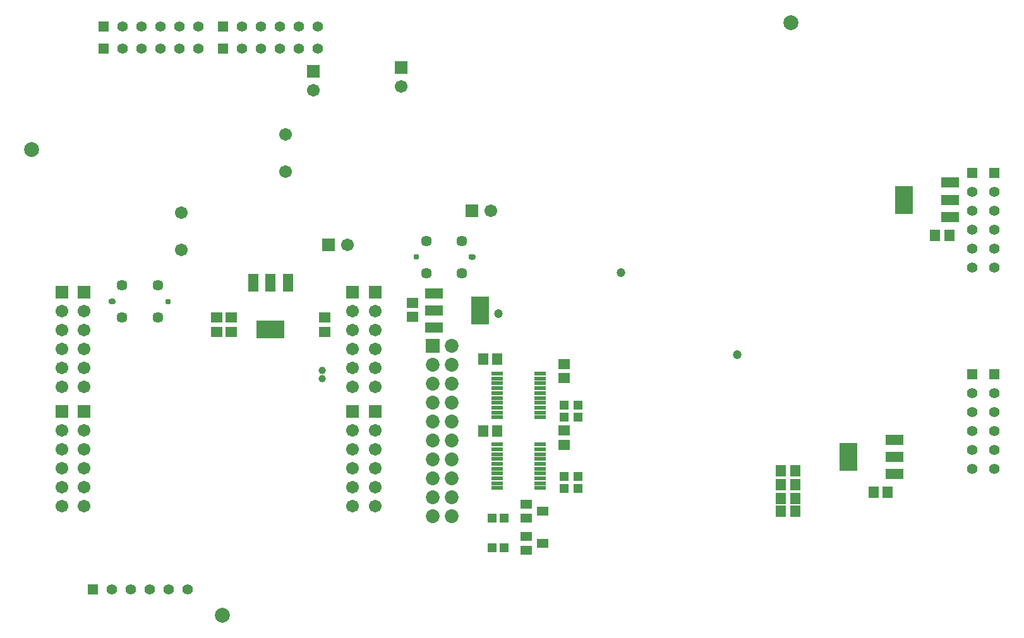
<source format=gbs>
G04*
G04 #@! TF.GenerationSoftware,Altium Limited,Altium Designer,24.5.2 (23)*
G04*
G04 Layer_Color=16711935*
%FSLAX25Y25*%
%MOIN*%
G70*
G04*
G04 #@! TF.SameCoordinates,69DC947D-EA58-4365-B3D2-A555959503E0*
G04*
G04*
G04 #@! TF.FilePolarity,Negative*
G04*
G01*
G75*
%ADD50C,0.07874*%
%ADD64R,0.05918X0.05524*%
%ADD65R,0.04501X0.04816*%
%ADD66R,0.04816X0.04501*%
%ADD67R,0.05524X0.05918*%
%ADD69R,0.06706X0.06706*%
%ADD80C,0.04737*%
%ADD84C,0.06706*%
%ADD85R,0.06706X0.06706*%
%ADD86C,0.03044*%
%ADD87C,0.05709*%
%ADD88R,0.07296X0.07296*%
%ADD89C,0.07296*%
%ADD90R,0.05603X0.05603*%
%ADD91C,0.05603*%
%ADD92R,0.05603X0.05603*%
%ADD93C,0.03950*%
%ADD123R,0.09461X0.05524*%
%ADD124R,0.09461X0.14580*%
G04:AMPARAMS|DCode=125|XSize=61.06mil|YSize=19.72mil|CornerRadius=2.97mil|HoleSize=0mil|Usage=FLASHONLY|Rotation=180.000|XOffset=0mil|YOffset=0mil|HoleType=Round|Shape=RoundedRectangle|*
%AMROUNDEDRECTD125*
21,1,0.06106,0.01378,0,0,180.0*
21,1,0.05512,0.01972,0,0,180.0*
1,1,0.00594,-0.02756,0.00689*
1,1,0.00594,0.02756,0.00689*
1,1,0.00594,0.02756,-0.00689*
1,1,0.00594,-0.02756,-0.00689*
%
%ADD125ROUNDEDRECTD125*%
%ADD126R,0.06312X0.04737*%
%ADD127R,0.05524X0.09461*%
%ADD128R,0.14580X0.09461*%
G36*
X57598Y180043D02*
X57520Y180047D01*
X57441Y180059D01*
X57362Y180071D01*
X57284Y180091D01*
X57209Y180114D01*
X57134Y180142D01*
X57059Y180169D01*
X56988Y180205D01*
X56917Y180244D01*
X56850Y180283D01*
X56787Y180331D01*
X56724Y180378D01*
X56661Y180429D01*
X56606Y180484D01*
X56551Y180539D01*
X56500Y180602D01*
X56453Y180665D01*
X56406Y180728D01*
X56366Y180799D01*
X56327Y180866D01*
X56291Y180937D01*
X56264Y181012D01*
X56236Y181087D01*
X56213Y181161D01*
X56193Y181240D01*
X56181Y181319D01*
X56169Y181398D01*
X56165Y181476D01*
X56161Y181555D01*
X56165Y181634D01*
X56169Y181713D01*
X56181Y181791D01*
X56193Y181870D01*
X56213Y181949D01*
X56236Y182024D01*
X56264Y182098D01*
X56291Y182173D01*
X56327Y182244D01*
X56366Y182311D01*
X56406Y182382D01*
X56453Y182445D01*
X56500Y182508D01*
X56551Y182571D01*
X56606Y182626D01*
X56661Y182681D01*
X56724Y182732D01*
X56787Y182780D01*
X56850Y182827D01*
X56917Y182866D01*
X56988Y182905D01*
X57059Y182941D01*
X57134Y182968D01*
X57209Y182996D01*
X57284Y183020D01*
X57362Y183039D01*
X57441Y183051D01*
X57520Y183063D01*
X57598Y183067D01*
X57677Y183071D01*
X58465D01*
X58543Y183067D01*
X58622Y183063D01*
X58701Y183051D01*
X58780Y183039D01*
X58858Y183020D01*
X58933Y182996D01*
X59008Y182968D01*
X59083Y182941D01*
X59153Y182905D01*
X59224Y182866D01*
X59291Y182827D01*
X59354Y182780D01*
X59417Y182732D01*
X59480Y182681D01*
X59535Y182626D01*
X59591Y182571D01*
X59642Y182508D01*
X59689Y182445D01*
X59736Y182382D01*
X59776Y182315D01*
X59815Y182244D01*
X59850Y182173D01*
X59878Y182098D01*
X59905Y182024D01*
X59929Y181949D01*
X59949Y181870D01*
X59961Y181791D01*
X59972Y181713D01*
X59976Y181634D01*
X59980Y181555D01*
X59976Y181476D01*
X59972Y181398D01*
X59961Y181319D01*
X59949Y181240D01*
X59929Y181161D01*
X59905Y181087D01*
X59878Y181012D01*
X59850Y180937D01*
X59815Y180866D01*
X59776Y180799D01*
X59736Y180728D01*
X59689Y180665D01*
X59642Y180602D01*
X59591Y180539D01*
X59535Y180484D01*
X59480Y180429D01*
X59417Y180378D01*
X59354Y180331D01*
X59291Y180283D01*
X59220Y180244D01*
X59153Y180205D01*
X59083Y180169D01*
X59008Y180142D01*
X58933Y180114D01*
X58858Y180091D01*
X58780Y180071D01*
X58701Y180059D01*
X58622Y180047D01*
X58543Y180043D01*
X58465Y180039D01*
X57677D01*
X57598Y180043D01*
D02*
G37*
G36*
X248529Y206581D02*
X248608Y206577D01*
X248687Y206565D01*
X248765Y206553D01*
X248844Y206534D01*
X248919Y206510D01*
X248994Y206482D01*
X249069Y206455D01*
X249139Y206419D01*
X249210Y206380D01*
X249277Y206341D01*
X249340Y206293D01*
X249403Y206246D01*
X249466Y206195D01*
X249521Y206140D01*
X249576Y206085D01*
X249628Y206022D01*
X249675Y205959D01*
X249722Y205896D01*
X249762Y205825D01*
X249801Y205758D01*
X249836Y205687D01*
X249864Y205612D01*
X249891Y205537D01*
X249915Y205463D01*
X249935Y205384D01*
X249947Y205305D01*
X249958Y205226D01*
X249962Y205148D01*
X249966Y205069D01*
X249962Y204990D01*
X249958Y204911D01*
X249947Y204833D01*
X249935Y204754D01*
X249915Y204675D01*
X249891Y204601D01*
X249864Y204526D01*
X249836Y204451D01*
X249801Y204380D01*
X249762Y204313D01*
X249722Y204242D01*
X249675Y204179D01*
X249628Y204116D01*
X249576Y204053D01*
X249521Y203998D01*
X249466Y203943D01*
X249403Y203892D01*
X249340Y203844D01*
X249277Y203797D01*
X249210Y203758D01*
X249139Y203719D01*
X249069Y203683D01*
X248994Y203656D01*
X248919Y203628D01*
X248844Y203604D01*
X248765Y203585D01*
X248687Y203573D01*
X248608Y203561D01*
X248529Y203557D01*
X248450Y203553D01*
X247663D01*
X247584Y203557D01*
X247506Y203561D01*
X247427Y203573D01*
X247348Y203585D01*
X247269Y203604D01*
X247195Y203628D01*
X247120Y203656D01*
X247045Y203683D01*
X246974Y203719D01*
X246903Y203758D01*
X246836Y203797D01*
X246773Y203844D01*
X246710Y203892D01*
X246647Y203943D01*
X246592Y203998D01*
X246537Y204053D01*
X246486Y204116D01*
X246439Y204179D01*
X246392Y204242D01*
X246352Y204309D01*
X246313Y204380D01*
X246277Y204451D01*
X246250Y204526D01*
X246222Y204601D01*
X246199Y204675D01*
X246179Y204754D01*
X246167Y204833D01*
X246155Y204911D01*
X246151Y204990D01*
X246147Y205069D01*
X246151Y205148D01*
X246155Y205226D01*
X246167Y205305D01*
X246179Y205384D01*
X246199Y205463D01*
X246222Y205537D01*
X246250Y205612D01*
X246277Y205687D01*
X246313Y205758D01*
X246352Y205825D01*
X246392Y205896D01*
X246439Y205959D01*
X246486Y206022D01*
X246537Y206085D01*
X246592Y206140D01*
X246647Y206195D01*
X246710Y206246D01*
X246773Y206293D01*
X246836Y206341D01*
X246907Y206380D01*
X246974Y206419D01*
X247045Y206455D01*
X247120Y206482D01*
X247195Y206510D01*
X247269Y206534D01*
X247348Y206553D01*
X247427Y206565D01*
X247506Y206577D01*
X247584Y206581D01*
X247663Y206585D01*
X248450D01*
X248529Y206581D01*
D02*
G37*
D50*
X416339Y328740D02*
D03*
X116142Y15748D02*
D03*
X15748Y261811D02*
D03*
D64*
X216535Y180905D02*
D03*
Y173425D02*
D03*
X296578Y141124D02*
D03*
Y148604D02*
D03*
Y105834D02*
D03*
Y113315D02*
D03*
X113189Y173031D02*
D03*
Y165551D02*
D03*
X121063Y173031D02*
D03*
Y165551D02*
D03*
X170276Y173031D02*
D03*
Y165551D02*
D03*
D65*
X258701Y67167D02*
D03*
X264921D02*
D03*
X258701Y51444D02*
D03*
X264921D02*
D03*
D66*
X304038Y126787D02*
D03*
Y120567D02*
D03*
X296578Y126787D02*
D03*
Y120567D02*
D03*
X303829Y89018D02*
D03*
Y82798D02*
D03*
X296578Y89018D02*
D03*
Y82798D02*
D03*
D67*
X492323Y216535D02*
D03*
X499803D02*
D03*
X467321Y80760D02*
D03*
X459841D02*
D03*
X418563Y70644D02*
D03*
X411083D02*
D03*
X418563Y77618D02*
D03*
X411083D02*
D03*
X418563Y84941D02*
D03*
X411083D02*
D03*
X418563Y92100D02*
D03*
X411083D02*
D03*
X261280Y151277D02*
D03*
X253799D02*
D03*
X261280Y113189D02*
D03*
X253799D02*
D03*
D69*
X210630Y305197D02*
D03*
X164370Y303228D02*
D03*
X31496Y186417D02*
D03*
X43307D02*
D03*
X185039D02*
D03*
X196850D02*
D03*
X31496Y123425D02*
D03*
X43307D02*
D03*
X185039D02*
D03*
X196850D02*
D03*
D80*
X387795Y153543D02*
D03*
X326772Y196850D02*
D03*
X261811Y175197D02*
D03*
D84*
X210630Y295197D02*
D03*
X257953Y229331D02*
D03*
X182165Y211614D02*
D03*
X164370Y293228D02*
D03*
X94488Y228346D02*
D03*
Y208661D02*
D03*
X149606Y250000D02*
D03*
Y269685D02*
D03*
X31496Y136417D02*
D03*
Y146417D02*
D03*
Y156417D02*
D03*
Y166417D02*
D03*
Y176417D02*
D03*
X43307Y136417D02*
D03*
Y146417D02*
D03*
Y156417D02*
D03*
Y166417D02*
D03*
Y176417D02*
D03*
X185039Y136417D02*
D03*
Y146417D02*
D03*
Y156417D02*
D03*
Y166417D02*
D03*
Y176417D02*
D03*
X196850Y136417D02*
D03*
Y146417D02*
D03*
Y156417D02*
D03*
Y166417D02*
D03*
Y176417D02*
D03*
X31496Y73425D02*
D03*
Y83425D02*
D03*
Y93425D02*
D03*
Y103425D02*
D03*
Y113425D02*
D03*
X43307Y73425D02*
D03*
Y83425D02*
D03*
Y93425D02*
D03*
Y103425D02*
D03*
Y113425D02*
D03*
X185039Y73425D02*
D03*
Y83425D02*
D03*
Y93425D02*
D03*
Y103425D02*
D03*
Y113425D02*
D03*
X196850Y73425D02*
D03*
Y83425D02*
D03*
Y93425D02*
D03*
Y103425D02*
D03*
Y113425D02*
D03*
D85*
X247953Y229331D02*
D03*
X172165Y211614D02*
D03*
D86*
X87598Y181555D02*
D03*
X218529Y205069D02*
D03*
D87*
X82284Y173091D02*
D03*
X63386D02*
D03*
X82284Y190020D02*
D03*
X63386D02*
D03*
X223844Y213533D02*
D03*
X242742D02*
D03*
X223844Y196604D02*
D03*
X242742D02*
D03*
D88*
X227362Y157992D02*
D03*
D89*
X237362D02*
D03*
X227362Y147992D02*
D03*
X237362D02*
D03*
X227362Y137992D02*
D03*
X237362D02*
D03*
X227362Y127992D02*
D03*
X237362D02*
D03*
X227362Y117992D02*
D03*
X237362D02*
D03*
X227362Y107992D02*
D03*
X237362D02*
D03*
X227362Y97992D02*
D03*
X237362D02*
D03*
X227362Y87992D02*
D03*
X237362D02*
D03*
X227362Y77992D02*
D03*
X237362D02*
D03*
X227362Y67992D02*
D03*
X237362D02*
D03*
D90*
X53740Y314961D02*
D03*
X116732D02*
D03*
X53740Y326772D02*
D03*
X47835Y29528D02*
D03*
X116732Y326772D02*
D03*
D91*
X63740Y314961D02*
D03*
X73740D02*
D03*
X83740D02*
D03*
X93740D02*
D03*
X103740D02*
D03*
X126732D02*
D03*
X136732D02*
D03*
X146732D02*
D03*
X156732D02*
D03*
X166732D02*
D03*
X63740Y326772D02*
D03*
X73740D02*
D03*
X83740D02*
D03*
X93740D02*
D03*
X103740D02*
D03*
X57835Y29528D02*
D03*
X67835D02*
D03*
X77835D02*
D03*
X87835D02*
D03*
X97835D02*
D03*
X523622Y133110D02*
D03*
Y123110D02*
D03*
Y113110D02*
D03*
Y103110D02*
D03*
Y93110D02*
D03*
X511811Y239409D02*
D03*
Y229410D02*
D03*
Y219409D02*
D03*
Y209409D02*
D03*
Y199409D02*
D03*
X523622Y239409D02*
D03*
Y229410D02*
D03*
Y219409D02*
D03*
Y209409D02*
D03*
Y199409D02*
D03*
X126732Y326772D02*
D03*
X136732D02*
D03*
X146732D02*
D03*
X156732D02*
D03*
X166732D02*
D03*
X511811Y133110D02*
D03*
Y123110D02*
D03*
Y113110D02*
D03*
Y103110D02*
D03*
Y93110D02*
D03*
D92*
X523622Y143110D02*
D03*
X511811Y249410D02*
D03*
X523622D02*
D03*
X511811Y143110D02*
D03*
D93*
X168824Y140923D02*
D03*
Y145073D02*
D03*
D123*
X500394Y244291D02*
D03*
Y235236D02*
D03*
Y226181D02*
D03*
X470866Y90354D02*
D03*
Y99410D02*
D03*
Y108465D02*
D03*
X227953Y185827D02*
D03*
Y176772D02*
D03*
Y167717D02*
D03*
D124*
X475984Y235236D02*
D03*
X446457Y99410D02*
D03*
X252362Y176772D02*
D03*
D125*
X261221Y143405D02*
D03*
Y140847D02*
D03*
Y138287D02*
D03*
Y135728D02*
D03*
Y133169D02*
D03*
Y130610D02*
D03*
Y128051D02*
D03*
Y125492D02*
D03*
Y122933D02*
D03*
Y120374D02*
D03*
X284055D02*
D03*
Y122933D02*
D03*
Y125492D02*
D03*
Y128051D02*
D03*
Y130610D02*
D03*
Y133169D02*
D03*
Y135728D02*
D03*
Y138287D02*
D03*
Y140847D02*
D03*
Y143405D02*
D03*
X261221Y106004D02*
D03*
Y103445D02*
D03*
Y100886D02*
D03*
Y98327D02*
D03*
Y95768D02*
D03*
Y93209D02*
D03*
Y90650D02*
D03*
Y88091D02*
D03*
Y85532D02*
D03*
Y82973D02*
D03*
X284055D02*
D03*
Y85532D02*
D03*
Y88091D02*
D03*
Y90650D02*
D03*
Y93209D02*
D03*
Y95768D02*
D03*
Y98327D02*
D03*
Y100886D02*
D03*
Y103445D02*
D03*
Y106004D02*
D03*
D126*
X276772Y50046D02*
D03*
Y57526D02*
D03*
X285433Y53786D02*
D03*
X276772Y67126D02*
D03*
Y74606D02*
D03*
X285433Y70866D02*
D03*
D127*
X132677Y191339D02*
D03*
X141732D02*
D03*
X150787D02*
D03*
D128*
X141732Y166929D02*
D03*
M02*

</source>
